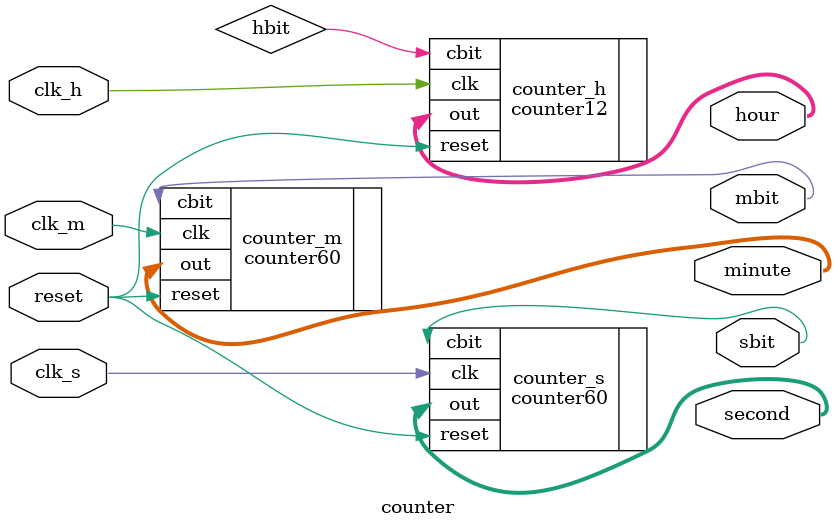
<source format=v>
`timescale 1ns / 1ps
module counter(clk_h, clk_m, clk_s, reset, hour, minute, second, mbit, sbit);
input clk_s;
input clk_m;
input clk_h;
input reset;
output[7:0] hour;
output[7:0] minute;
output[7:0] second;
output mbit;
output sbit;

counter12 counter_h(.out(hour), .cbit(hbit), .clk(clk_h), .reset(reset));
counter60 counter_m(.out(minute), .cbit(mbit), .clk(clk_m), .reset(reset));
counter60 counter_s(.out(second), .cbit(sbit), .clk(clk_s), .reset(reset));

endmodule

</source>
